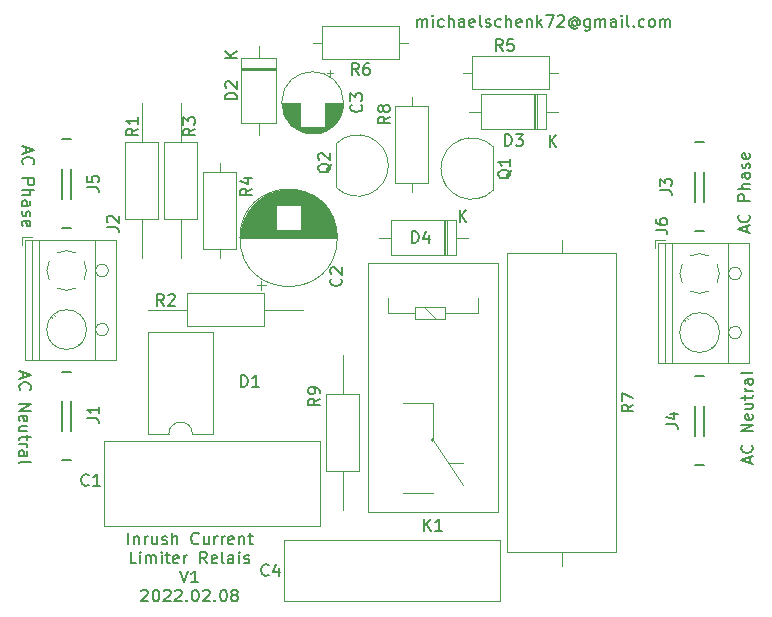
<source format=gbr>
G04 #@! TF.GenerationSoftware,KiCad,Pcbnew,(6.0.1-0)*
G04 #@! TF.CreationDate,2022-02-08T18:02:56+01:00*
G04 #@! TF.ProjectId,inrush-current-limiter-relais,696e7275-7368-42d6-9375-7272656e742d,rev?*
G04 #@! TF.SameCoordinates,Original*
G04 #@! TF.FileFunction,Legend,Top*
G04 #@! TF.FilePolarity,Positive*
%FSLAX46Y46*%
G04 Gerber Fmt 4.6, Leading zero omitted, Abs format (unit mm)*
G04 Created by KiCad (PCBNEW (6.0.1-0)) date 2022-02-08 18:02:56*
%MOMM*%
%LPD*%
G01*
G04 APERTURE LIST*
%ADD10C,0.150000*%
%ADD11C,0.120000*%
%ADD12C,0.127000*%
G04 APERTURE END LIST*
D10*
X90567523Y-101161380D02*
X90567523Y-100161380D01*
X91043714Y-100494714D02*
X91043714Y-101161380D01*
X91043714Y-100589952D02*
X91091333Y-100542333D01*
X91186571Y-100494714D01*
X91329428Y-100494714D01*
X91424666Y-100542333D01*
X91472285Y-100637571D01*
X91472285Y-101161380D01*
X91948476Y-101161380D02*
X91948476Y-100494714D01*
X91948476Y-100685190D02*
X91996095Y-100589952D01*
X92043714Y-100542333D01*
X92138952Y-100494714D01*
X92234190Y-100494714D01*
X92996095Y-100494714D02*
X92996095Y-101161380D01*
X92567523Y-100494714D02*
X92567523Y-101018523D01*
X92615142Y-101113761D01*
X92710380Y-101161380D01*
X92853238Y-101161380D01*
X92948476Y-101113761D01*
X92996095Y-101066142D01*
X93424666Y-101113761D02*
X93519904Y-101161380D01*
X93710380Y-101161380D01*
X93805619Y-101113761D01*
X93853238Y-101018523D01*
X93853238Y-100970904D01*
X93805619Y-100875666D01*
X93710380Y-100828047D01*
X93567523Y-100828047D01*
X93472285Y-100780428D01*
X93424666Y-100685190D01*
X93424666Y-100637571D01*
X93472285Y-100542333D01*
X93567523Y-100494714D01*
X93710380Y-100494714D01*
X93805619Y-100542333D01*
X94281809Y-101161380D02*
X94281809Y-100161380D01*
X94710380Y-101161380D02*
X94710380Y-100637571D01*
X94662761Y-100542333D01*
X94567523Y-100494714D01*
X94424666Y-100494714D01*
X94329428Y-100542333D01*
X94281809Y-100589952D01*
X96519904Y-101066142D02*
X96472285Y-101113761D01*
X96329428Y-101161380D01*
X96234190Y-101161380D01*
X96091333Y-101113761D01*
X95996095Y-101018523D01*
X95948476Y-100923285D01*
X95900857Y-100732809D01*
X95900857Y-100589952D01*
X95948476Y-100399476D01*
X95996095Y-100304238D01*
X96091333Y-100209000D01*
X96234190Y-100161380D01*
X96329428Y-100161380D01*
X96472285Y-100209000D01*
X96519904Y-100256619D01*
X97377047Y-100494714D02*
X97377047Y-101161380D01*
X96948476Y-100494714D02*
X96948476Y-101018523D01*
X96996095Y-101113761D01*
X97091333Y-101161380D01*
X97234190Y-101161380D01*
X97329428Y-101113761D01*
X97377047Y-101066142D01*
X97853238Y-101161380D02*
X97853238Y-100494714D01*
X97853238Y-100685190D02*
X97900857Y-100589952D01*
X97948476Y-100542333D01*
X98043714Y-100494714D01*
X98138952Y-100494714D01*
X98472285Y-101161380D02*
X98472285Y-100494714D01*
X98472285Y-100685190D02*
X98519904Y-100589952D01*
X98567523Y-100542333D01*
X98662761Y-100494714D01*
X98758000Y-100494714D01*
X99472285Y-101113761D02*
X99377047Y-101161380D01*
X99186571Y-101161380D01*
X99091333Y-101113761D01*
X99043714Y-101018523D01*
X99043714Y-100637571D01*
X99091333Y-100542333D01*
X99186571Y-100494714D01*
X99377047Y-100494714D01*
X99472285Y-100542333D01*
X99519904Y-100637571D01*
X99519904Y-100732809D01*
X99043714Y-100828047D01*
X99948476Y-100494714D02*
X99948476Y-101161380D01*
X99948476Y-100589952D02*
X99996095Y-100542333D01*
X100091333Y-100494714D01*
X100234190Y-100494714D01*
X100329428Y-100542333D01*
X100377047Y-100637571D01*
X100377047Y-101161380D01*
X100710380Y-100494714D02*
X101091333Y-100494714D01*
X100853238Y-100161380D02*
X100853238Y-101018523D01*
X100900857Y-101113761D01*
X100996095Y-101161380D01*
X101091333Y-101161380D01*
X91234190Y-102771380D02*
X90758000Y-102771380D01*
X90758000Y-101771380D01*
X91567523Y-102771380D02*
X91567523Y-102104714D01*
X91567523Y-101771380D02*
X91519904Y-101819000D01*
X91567523Y-101866619D01*
X91615142Y-101819000D01*
X91567523Y-101771380D01*
X91567523Y-101866619D01*
X92043714Y-102771380D02*
X92043714Y-102104714D01*
X92043714Y-102199952D02*
X92091333Y-102152333D01*
X92186571Y-102104714D01*
X92329428Y-102104714D01*
X92424666Y-102152333D01*
X92472285Y-102247571D01*
X92472285Y-102771380D01*
X92472285Y-102247571D02*
X92519904Y-102152333D01*
X92615142Y-102104714D01*
X92758000Y-102104714D01*
X92853238Y-102152333D01*
X92900857Y-102247571D01*
X92900857Y-102771380D01*
X93377047Y-102771380D02*
X93377047Y-102104714D01*
X93377047Y-101771380D02*
X93329428Y-101819000D01*
X93377047Y-101866619D01*
X93424666Y-101819000D01*
X93377047Y-101771380D01*
X93377047Y-101866619D01*
X93710380Y-102104714D02*
X94091333Y-102104714D01*
X93853238Y-101771380D02*
X93853238Y-102628523D01*
X93900857Y-102723761D01*
X93996095Y-102771380D01*
X94091333Y-102771380D01*
X94805619Y-102723761D02*
X94710380Y-102771380D01*
X94519904Y-102771380D01*
X94424666Y-102723761D01*
X94377047Y-102628523D01*
X94377047Y-102247571D01*
X94424666Y-102152333D01*
X94519904Y-102104714D01*
X94710380Y-102104714D01*
X94805619Y-102152333D01*
X94853238Y-102247571D01*
X94853238Y-102342809D01*
X94377047Y-102438047D01*
X95281809Y-102771380D02*
X95281809Y-102104714D01*
X95281809Y-102295190D02*
X95329428Y-102199952D01*
X95377047Y-102152333D01*
X95472285Y-102104714D01*
X95567523Y-102104714D01*
X97234190Y-102771380D02*
X96900857Y-102295190D01*
X96662761Y-102771380D02*
X96662761Y-101771380D01*
X97043714Y-101771380D01*
X97138952Y-101819000D01*
X97186571Y-101866619D01*
X97234190Y-101961857D01*
X97234190Y-102104714D01*
X97186571Y-102199952D01*
X97138952Y-102247571D01*
X97043714Y-102295190D01*
X96662761Y-102295190D01*
X98043714Y-102723761D02*
X97948476Y-102771380D01*
X97758000Y-102771380D01*
X97662761Y-102723761D01*
X97615142Y-102628523D01*
X97615142Y-102247571D01*
X97662761Y-102152333D01*
X97758000Y-102104714D01*
X97948476Y-102104714D01*
X98043714Y-102152333D01*
X98091333Y-102247571D01*
X98091333Y-102342809D01*
X97615142Y-102438047D01*
X98662761Y-102771380D02*
X98567523Y-102723761D01*
X98519904Y-102628523D01*
X98519904Y-101771380D01*
X99472285Y-102771380D02*
X99472285Y-102247571D01*
X99424666Y-102152333D01*
X99329428Y-102104714D01*
X99138952Y-102104714D01*
X99043714Y-102152333D01*
X99472285Y-102723761D02*
X99377047Y-102771380D01*
X99138952Y-102771380D01*
X99043714Y-102723761D01*
X98996095Y-102628523D01*
X98996095Y-102533285D01*
X99043714Y-102438047D01*
X99138952Y-102390428D01*
X99377047Y-102390428D01*
X99472285Y-102342809D01*
X99948476Y-102771380D02*
X99948476Y-102104714D01*
X99948476Y-101771380D02*
X99900857Y-101819000D01*
X99948476Y-101866619D01*
X99996095Y-101819000D01*
X99948476Y-101771380D01*
X99948476Y-101866619D01*
X100377047Y-102723761D02*
X100472285Y-102771380D01*
X100662761Y-102771380D01*
X100758000Y-102723761D01*
X100805619Y-102628523D01*
X100805619Y-102580904D01*
X100758000Y-102485666D01*
X100662761Y-102438047D01*
X100519904Y-102438047D01*
X100424666Y-102390428D01*
X100377047Y-102295190D01*
X100377047Y-102247571D01*
X100424666Y-102152333D01*
X100519904Y-102104714D01*
X100662761Y-102104714D01*
X100758000Y-102152333D01*
X94948476Y-103381380D02*
X95281809Y-104381380D01*
X95615142Y-103381380D01*
X96472285Y-104381380D02*
X95900857Y-104381380D01*
X96186571Y-104381380D02*
X96186571Y-103381380D01*
X96091333Y-103524238D01*
X95996095Y-103619476D01*
X95900857Y-103667095D01*
X91662761Y-105086619D02*
X91710380Y-105039000D01*
X91805619Y-104991380D01*
X92043714Y-104991380D01*
X92138952Y-105039000D01*
X92186571Y-105086619D01*
X92234190Y-105181857D01*
X92234190Y-105277095D01*
X92186571Y-105419952D01*
X91615142Y-105991380D01*
X92234190Y-105991380D01*
X92853238Y-104991380D02*
X92948476Y-104991380D01*
X93043714Y-105039000D01*
X93091333Y-105086619D01*
X93138952Y-105181857D01*
X93186571Y-105372333D01*
X93186571Y-105610428D01*
X93138952Y-105800904D01*
X93091333Y-105896142D01*
X93043714Y-105943761D01*
X92948476Y-105991380D01*
X92853238Y-105991380D01*
X92758000Y-105943761D01*
X92710380Y-105896142D01*
X92662761Y-105800904D01*
X92615142Y-105610428D01*
X92615142Y-105372333D01*
X92662761Y-105181857D01*
X92710380Y-105086619D01*
X92758000Y-105039000D01*
X92853238Y-104991380D01*
X93567523Y-105086619D02*
X93615142Y-105039000D01*
X93710380Y-104991380D01*
X93948476Y-104991380D01*
X94043714Y-105039000D01*
X94091333Y-105086619D01*
X94138952Y-105181857D01*
X94138952Y-105277095D01*
X94091333Y-105419952D01*
X93519904Y-105991380D01*
X94138952Y-105991380D01*
X94519904Y-105086619D02*
X94567523Y-105039000D01*
X94662761Y-104991380D01*
X94900857Y-104991380D01*
X94996095Y-105039000D01*
X95043714Y-105086619D01*
X95091333Y-105181857D01*
X95091333Y-105277095D01*
X95043714Y-105419952D01*
X94472285Y-105991380D01*
X95091333Y-105991380D01*
X95519904Y-105896142D02*
X95567523Y-105943761D01*
X95519904Y-105991380D01*
X95472285Y-105943761D01*
X95519904Y-105896142D01*
X95519904Y-105991380D01*
X96186571Y-104991380D02*
X96281809Y-104991380D01*
X96377047Y-105039000D01*
X96424666Y-105086619D01*
X96472285Y-105181857D01*
X96519904Y-105372333D01*
X96519904Y-105610428D01*
X96472285Y-105800904D01*
X96424666Y-105896142D01*
X96377047Y-105943761D01*
X96281809Y-105991380D01*
X96186571Y-105991380D01*
X96091333Y-105943761D01*
X96043714Y-105896142D01*
X95996095Y-105800904D01*
X95948476Y-105610428D01*
X95948476Y-105372333D01*
X95996095Y-105181857D01*
X96043714Y-105086619D01*
X96091333Y-105039000D01*
X96186571Y-104991380D01*
X96900857Y-105086619D02*
X96948476Y-105039000D01*
X97043714Y-104991380D01*
X97281809Y-104991380D01*
X97377047Y-105039000D01*
X97424666Y-105086619D01*
X97472285Y-105181857D01*
X97472285Y-105277095D01*
X97424666Y-105419952D01*
X96853238Y-105991380D01*
X97472285Y-105991380D01*
X97900857Y-105896142D02*
X97948476Y-105943761D01*
X97900857Y-105991380D01*
X97853238Y-105943761D01*
X97900857Y-105896142D01*
X97900857Y-105991380D01*
X98567523Y-104991380D02*
X98662761Y-104991380D01*
X98758000Y-105039000D01*
X98805619Y-105086619D01*
X98853238Y-105181857D01*
X98900857Y-105372333D01*
X98900857Y-105610428D01*
X98853238Y-105800904D01*
X98805619Y-105896142D01*
X98758000Y-105943761D01*
X98662761Y-105991380D01*
X98567523Y-105991380D01*
X98472285Y-105943761D01*
X98424666Y-105896142D01*
X98377047Y-105800904D01*
X98329428Y-105610428D01*
X98329428Y-105372333D01*
X98377047Y-105181857D01*
X98424666Y-105086619D01*
X98472285Y-105039000D01*
X98567523Y-104991380D01*
X99472285Y-105419952D02*
X99377047Y-105372333D01*
X99329428Y-105324714D01*
X99281809Y-105229476D01*
X99281809Y-105181857D01*
X99329428Y-105086619D01*
X99377047Y-105039000D01*
X99472285Y-104991380D01*
X99662761Y-104991380D01*
X99758000Y-105039000D01*
X99805619Y-105086619D01*
X99853238Y-105181857D01*
X99853238Y-105229476D01*
X99805619Y-105324714D01*
X99758000Y-105372333D01*
X99662761Y-105419952D01*
X99472285Y-105419952D01*
X99377047Y-105467571D01*
X99329428Y-105515190D01*
X99281809Y-105610428D01*
X99281809Y-105800904D01*
X99329428Y-105896142D01*
X99377047Y-105943761D01*
X99472285Y-105991380D01*
X99662761Y-105991380D01*
X99758000Y-105943761D01*
X99805619Y-105896142D01*
X99853238Y-105800904D01*
X99853238Y-105610428D01*
X99805619Y-105515190D01*
X99758000Y-105467571D01*
X99662761Y-105419952D01*
X115015714Y-57348380D02*
X115015714Y-56681714D01*
X115015714Y-56776952D02*
X115063333Y-56729333D01*
X115158571Y-56681714D01*
X115301428Y-56681714D01*
X115396666Y-56729333D01*
X115444285Y-56824571D01*
X115444285Y-57348380D01*
X115444285Y-56824571D02*
X115491904Y-56729333D01*
X115587142Y-56681714D01*
X115730000Y-56681714D01*
X115825238Y-56729333D01*
X115872857Y-56824571D01*
X115872857Y-57348380D01*
X116349047Y-57348380D02*
X116349047Y-56681714D01*
X116349047Y-56348380D02*
X116301428Y-56396000D01*
X116349047Y-56443619D01*
X116396666Y-56396000D01*
X116349047Y-56348380D01*
X116349047Y-56443619D01*
X117253809Y-57300761D02*
X117158571Y-57348380D01*
X116968095Y-57348380D01*
X116872857Y-57300761D01*
X116825238Y-57253142D01*
X116777619Y-57157904D01*
X116777619Y-56872190D01*
X116825238Y-56776952D01*
X116872857Y-56729333D01*
X116968095Y-56681714D01*
X117158571Y-56681714D01*
X117253809Y-56729333D01*
X117682380Y-57348380D02*
X117682380Y-56348380D01*
X118110952Y-57348380D02*
X118110952Y-56824571D01*
X118063333Y-56729333D01*
X117968095Y-56681714D01*
X117825238Y-56681714D01*
X117730000Y-56729333D01*
X117682380Y-56776952D01*
X119015714Y-57348380D02*
X119015714Y-56824571D01*
X118968095Y-56729333D01*
X118872857Y-56681714D01*
X118682380Y-56681714D01*
X118587142Y-56729333D01*
X119015714Y-57300761D02*
X118920476Y-57348380D01*
X118682380Y-57348380D01*
X118587142Y-57300761D01*
X118539523Y-57205523D01*
X118539523Y-57110285D01*
X118587142Y-57015047D01*
X118682380Y-56967428D01*
X118920476Y-56967428D01*
X119015714Y-56919809D01*
X119872857Y-57300761D02*
X119777619Y-57348380D01*
X119587142Y-57348380D01*
X119491904Y-57300761D01*
X119444285Y-57205523D01*
X119444285Y-56824571D01*
X119491904Y-56729333D01*
X119587142Y-56681714D01*
X119777619Y-56681714D01*
X119872857Y-56729333D01*
X119920476Y-56824571D01*
X119920476Y-56919809D01*
X119444285Y-57015047D01*
X120491904Y-57348380D02*
X120396666Y-57300761D01*
X120349047Y-57205523D01*
X120349047Y-56348380D01*
X120825238Y-57300761D02*
X120920476Y-57348380D01*
X121110952Y-57348380D01*
X121206190Y-57300761D01*
X121253809Y-57205523D01*
X121253809Y-57157904D01*
X121206190Y-57062666D01*
X121110952Y-57015047D01*
X120968095Y-57015047D01*
X120872857Y-56967428D01*
X120825238Y-56872190D01*
X120825238Y-56824571D01*
X120872857Y-56729333D01*
X120968095Y-56681714D01*
X121110952Y-56681714D01*
X121206190Y-56729333D01*
X122110952Y-57300761D02*
X122015714Y-57348380D01*
X121825238Y-57348380D01*
X121730000Y-57300761D01*
X121682380Y-57253142D01*
X121634761Y-57157904D01*
X121634761Y-56872190D01*
X121682380Y-56776952D01*
X121730000Y-56729333D01*
X121825238Y-56681714D01*
X122015714Y-56681714D01*
X122110952Y-56729333D01*
X122539523Y-57348380D02*
X122539523Y-56348380D01*
X122968095Y-57348380D02*
X122968095Y-56824571D01*
X122920476Y-56729333D01*
X122825238Y-56681714D01*
X122682380Y-56681714D01*
X122587142Y-56729333D01*
X122539523Y-56776952D01*
X123825238Y-57300761D02*
X123730000Y-57348380D01*
X123539523Y-57348380D01*
X123444285Y-57300761D01*
X123396666Y-57205523D01*
X123396666Y-56824571D01*
X123444285Y-56729333D01*
X123539523Y-56681714D01*
X123730000Y-56681714D01*
X123825238Y-56729333D01*
X123872857Y-56824571D01*
X123872857Y-56919809D01*
X123396666Y-57015047D01*
X124301428Y-56681714D02*
X124301428Y-57348380D01*
X124301428Y-56776952D02*
X124349047Y-56729333D01*
X124444285Y-56681714D01*
X124587142Y-56681714D01*
X124682380Y-56729333D01*
X124730000Y-56824571D01*
X124730000Y-57348380D01*
X125206190Y-57348380D02*
X125206190Y-56348380D01*
X125301428Y-56967428D02*
X125587142Y-57348380D01*
X125587142Y-56681714D02*
X125206190Y-57062666D01*
X125920476Y-56348380D02*
X126587142Y-56348380D01*
X126158571Y-57348380D01*
X126920476Y-56443619D02*
X126968095Y-56396000D01*
X127063333Y-56348380D01*
X127301428Y-56348380D01*
X127396666Y-56396000D01*
X127444285Y-56443619D01*
X127491904Y-56538857D01*
X127491904Y-56634095D01*
X127444285Y-56776952D01*
X126872857Y-57348380D01*
X127491904Y-57348380D01*
X128539523Y-56872190D02*
X128491904Y-56824571D01*
X128396666Y-56776952D01*
X128301428Y-56776952D01*
X128206190Y-56824571D01*
X128158571Y-56872190D01*
X128110952Y-56967428D01*
X128110952Y-57062666D01*
X128158571Y-57157904D01*
X128206190Y-57205523D01*
X128301428Y-57253142D01*
X128396666Y-57253142D01*
X128491904Y-57205523D01*
X128539523Y-57157904D01*
X128539523Y-56776952D02*
X128539523Y-57157904D01*
X128587142Y-57205523D01*
X128634761Y-57205523D01*
X128730000Y-57157904D01*
X128777619Y-57062666D01*
X128777619Y-56824571D01*
X128682380Y-56681714D01*
X128539523Y-56586476D01*
X128349047Y-56538857D01*
X128158571Y-56586476D01*
X128015714Y-56681714D01*
X127920476Y-56824571D01*
X127872857Y-57015047D01*
X127920476Y-57205523D01*
X128015714Y-57348380D01*
X128158571Y-57443619D01*
X128349047Y-57491238D01*
X128539523Y-57443619D01*
X128682380Y-57348380D01*
X129634761Y-56681714D02*
X129634761Y-57491238D01*
X129587142Y-57586476D01*
X129539523Y-57634095D01*
X129444285Y-57681714D01*
X129301428Y-57681714D01*
X129206190Y-57634095D01*
X129634761Y-57300761D02*
X129539523Y-57348380D01*
X129349047Y-57348380D01*
X129253809Y-57300761D01*
X129206190Y-57253142D01*
X129158571Y-57157904D01*
X129158571Y-56872190D01*
X129206190Y-56776952D01*
X129253809Y-56729333D01*
X129349047Y-56681714D01*
X129539523Y-56681714D01*
X129634761Y-56729333D01*
X130110952Y-57348380D02*
X130110952Y-56681714D01*
X130110952Y-56776952D02*
X130158571Y-56729333D01*
X130253809Y-56681714D01*
X130396666Y-56681714D01*
X130491904Y-56729333D01*
X130539523Y-56824571D01*
X130539523Y-57348380D01*
X130539523Y-56824571D02*
X130587142Y-56729333D01*
X130682380Y-56681714D01*
X130825238Y-56681714D01*
X130920476Y-56729333D01*
X130968095Y-56824571D01*
X130968095Y-57348380D01*
X131872857Y-57348380D02*
X131872857Y-56824571D01*
X131825238Y-56729333D01*
X131730000Y-56681714D01*
X131539523Y-56681714D01*
X131444285Y-56729333D01*
X131872857Y-57300761D02*
X131777619Y-57348380D01*
X131539523Y-57348380D01*
X131444285Y-57300761D01*
X131396666Y-57205523D01*
X131396666Y-57110285D01*
X131444285Y-57015047D01*
X131539523Y-56967428D01*
X131777619Y-56967428D01*
X131872857Y-56919809D01*
X132349047Y-57348380D02*
X132349047Y-56681714D01*
X132349047Y-56348380D02*
X132301428Y-56396000D01*
X132349047Y-56443619D01*
X132396666Y-56396000D01*
X132349047Y-56348380D01*
X132349047Y-56443619D01*
X132968095Y-57348380D02*
X132872857Y-57300761D01*
X132825238Y-57205523D01*
X132825238Y-56348380D01*
X133349047Y-57253142D02*
X133396666Y-57300761D01*
X133349047Y-57348380D01*
X133301428Y-57300761D01*
X133349047Y-57253142D01*
X133349047Y-57348380D01*
X134253809Y-57300761D02*
X134158571Y-57348380D01*
X133968095Y-57348380D01*
X133872857Y-57300761D01*
X133825238Y-57253142D01*
X133777619Y-57157904D01*
X133777619Y-56872190D01*
X133825238Y-56776952D01*
X133872857Y-56729333D01*
X133968095Y-56681714D01*
X134158571Y-56681714D01*
X134253809Y-56729333D01*
X134825238Y-57348380D02*
X134730000Y-57300761D01*
X134682380Y-57253142D01*
X134634761Y-57157904D01*
X134634761Y-56872190D01*
X134682380Y-56776952D01*
X134730000Y-56729333D01*
X134825238Y-56681714D01*
X134968095Y-56681714D01*
X135063333Y-56729333D01*
X135110952Y-56776952D01*
X135158571Y-56872190D01*
X135158571Y-57157904D01*
X135110952Y-57253142D01*
X135063333Y-57300761D01*
X134968095Y-57348380D01*
X134825238Y-57348380D01*
X135587142Y-57348380D02*
X135587142Y-56681714D01*
X135587142Y-56776952D02*
X135634761Y-56729333D01*
X135730000Y-56681714D01*
X135872857Y-56681714D01*
X135968095Y-56729333D01*
X136015714Y-56824571D01*
X136015714Y-57348380D01*
X136015714Y-56824571D02*
X136063333Y-56729333D01*
X136158571Y-56681714D01*
X136301428Y-56681714D01*
X136396666Y-56729333D01*
X136444285Y-56824571D01*
X136444285Y-57348380D01*
X81875333Y-67508857D02*
X81875333Y-67985047D01*
X81589619Y-67413619D02*
X82589619Y-67746952D01*
X81589619Y-68080285D01*
X81684857Y-68985047D02*
X81637238Y-68937428D01*
X81589619Y-68794571D01*
X81589619Y-68699333D01*
X81637238Y-68556476D01*
X81732476Y-68461238D01*
X81827714Y-68413619D01*
X82018190Y-68366000D01*
X82161047Y-68366000D01*
X82351523Y-68413619D01*
X82446761Y-68461238D01*
X82542000Y-68556476D01*
X82589619Y-68699333D01*
X82589619Y-68794571D01*
X82542000Y-68937428D01*
X82494380Y-68985047D01*
X81589619Y-70175523D02*
X82589619Y-70175523D01*
X82589619Y-70556476D01*
X82542000Y-70651714D01*
X82494380Y-70699333D01*
X82399142Y-70746952D01*
X82256285Y-70746952D01*
X82161047Y-70699333D01*
X82113428Y-70651714D01*
X82065809Y-70556476D01*
X82065809Y-70175523D01*
X81589619Y-71175523D02*
X82589619Y-71175523D01*
X81589619Y-71604095D02*
X82113428Y-71604095D01*
X82208666Y-71556476D01*
X82256285Y-71461238D01*
X82256285Y-71318380D01*
X82208666Y-71223142D01*
X82161047Y-71175523D01*
X81589619Y-72508857D02*
X82113428Y-72508857D01*
X82208666Y-72461238D01*
X82256285Y-72366000D01*
X82256285Y-72175523D01*
X82208666Y-72080285D01*
X81637238Y-72508857D02*
X81589619Y-72413619D01*
X81589619Y-72175523D01*
X81637238Y-72080285D01*
X81732476Y-72032666D01*
X81827714Y-72032666D01*
X81922952Y-72080285D01*
X81970571Y-72175523D01*
X81970571Y-72413619D01*
X82018190Y-72508857D01*
X81637238Y-72937428D02*
X81589619Y-73032666D01*
X81589619Y-73223142D01*
X81637238Y-73318380D01*
X81732476Y-73366000D01*
X81780095Y-73366000D01*
X81875333Y-73318380D01*
X81922952Y-73223142D01*
X81922952Y-73080285D01*
X81970571Y-72985047D01*
X82065809Y-72937428D01*
X82113428Y-72937428D01*
X82208666Y-72985047D01*
X82256285Y-73080285D01*
X82256285Y-73223142D01*
X82208666Y-73318380D01*
X81637238Y-74175523D02*
X81589619Y-74080285D01*
X81589619Y-73889809D01*
X81637238Y-73794571D01*
X81732476Y-73746952D01*
X82113428Y-73746952D01*
X82208666Y-73794571D01*
X82256285Y-73889809D01*
X82256285Y-74080285D01*
X82208666Y-74175523D01*
X82113428Y-74223142D01*
X82018190Y-74223142D01*
X81922952Y-73746952D01*
X142914666Y-74731142D02*
X142914666Y-74254952D01*
X143200380Y-74826380D02*
X142200380Y-74493047D01*
X143200380Y-74159714D01*
X143105142Y-73254952D02*
X143152761Y-73302571D01*
X143200380Y-73445428D01*
X143200380Y-73540666D01*
X143152761Y-73683523D01*
X143057523Y-73778761D01*
X142962285Y-73826380D01*
X142771809Y-73874000D01*
X142628952Y-73874000D01*
X142438476Y-73826380D01*
X142343238Y-73778761D01*
X142248000Y-73683523D01*
X142200380Y-73540666D01*
X142200380Y-73445428D01*
X142248000Y-73302571D01*
X142295619Y-73254952D01*
X143200380Y-72064476D02*
X142200380Y-72064476D01*
X142200380Y-71683523D01*
X142248000Y-71588285D01*
X142295619Y-71540666D01*
X142390857Y-71493047D01*
X142533714Y-71493047D01*
X142628952Y-71540666D01*
X142676571Y-71588285D01*
X142724190Y-71683523D01*
X142724190Y-72064476D01*
X143200380Y-71064476D02*
X142200380Y-71064476D01*
X143200380Y-70635904D02*
X142676571Y-70635904D01*
X142581333Y-70683523D01*
X142533714Y-70778761D01*
X142533714Y-70921619D01*
X142581333Y-71016857D01*
X142628952Y-71064476D01*
X143200380Y-69731142D02*
X142676571Y-69731142D01*
X142581333Y-69778761D01*
X142533714Y-69874000D01*
X142533714Y-70064476D01*
X142581333Y-70159714D01*
X143152761Y-69731142D02*
X143200380Y-69826380D01*
X143200380Y-70064476D01*
X143152761Y-70159714D01*
X143057523Y-70207333D01*
X142962285Y-70207333D01*
X142867047Y-70159714D01*
X142819428Y-70064476D01*
X142819428Y-69826380D01*
X142771809Y-69731142D01*
X143152761Y-69302571D02*
X143200380Y-69207333D01*
X143200380Y-69016857D01*
X143152761Y-68921619D01*
X143057523Y-68874000D01*
X143009904Y-68874000D01*
X142914666Y-68921619D01*
X142867047Y-69016857D01*
X142867047Y-69159714D01*
X142819428Y-69254952D01*
X142724190Y-69302571D01*
X142676571Y-69302571D01*
X142581333Y-69254952D01*
X142533714Y-69159714D01*
X142533714Y-69016857D01*
X142581333Y-68921619D01*
X143152761Y-68064476D02*
X143200380Y-68159714D01*
X143200380Y-68350190D01*
X143152761Y-68445428D01*
X143057523Y-68493047D01*
X142676571Y-68493047D01*
X142581333Y-68445428D01*
X142533714Y-68350190D01*
X142533714Y-68159714D01*
X142581333Y-68064476D01*
X142676571Y-68016857D01*
X142771809Y-68016857D01*
X142867047Y-68493047D01*
X81621333Y-86590666D02*
X81621333Y-87066857D01*
X81335619Y-86495428D02*
X82335619Y-86828761D01*
X81335619Y-87162095D01*
X81430857Y-88066857D02*
X81383238Y-88019238D01*
X81335619Y-87876380D01*
X81335619Y-87781142D01*
X81383238Y-87638285D01*
X81478476Y-87543047D01*
X81573714Y-87495428D01*
X81764190Y-87447809D01*
X81907047Y-87447809D01*
X82097523Y-87495428D01*
X82192761Y-87543047D01*
X82288000Y-87638285D01*
X82335619Y-87781142D01*
X82335619Y-87876380D01*
X82288000Y-88019238D01*
X82240380Y-88066857D01*
X81335619Y-89257333D02*
X82335619Y-89257333D01*
X81335619Y-89828761D01*
X82335619Y-89828761D01*
X81383238Y-90685904D02*
X81335619Y-90590666D01*
X81335619Y-90400190D01*
X81383238Y-90304952D01*
X81478476Y-90257333D01*
X81859428Y-90257333D01*
X81954666Y-90304952D01*
X82002285Y-90400190D01*
X82002285Y-90590666D01*
X81954666Y-90685904D01*
X81859428Y-90733523D01*
X81764190Y-90733523D01*
X81668952Y-90257333D01*
X82002285Y-91590666D02*
X81335619Y-91590666D01*
X82002285Y-91162095D02*
X81478476Y-91162095D01*
X81383238Y-91209714D01*
X81335619Y-91304952D01*
X81335619Y-91447809D01*
X81383238Y-91543047D01*
X81430857Y-91590666D01*
X82002285Y-91924000D02*
X82002285Y-92304952D01*
X82335619Y-92066857D02*
X81478476Y-92066857D01*
X81383238Y-92114476D01*
X81335619Y-92209714D01*
X81335619Y-92304952D01*
X81335619Y-92638285D02*
X82002285Y-92638285D01*
X81811809Y-92638285D02*
X81907047Y-92685904D01*
X81954666Y-92733523D01*
X82002285Y-92828761D01*
X82002285Y-92924000D01*
X81335619Y-93685904D02*
X81859428Y-93685904D01*
X81954666Y-93638285D01*
X82002285Y-93543047D01*
X82002285Y-93352571D01*
X81954666Y-93257333D01*
X81383238Y-93685904D02*
X81335619Y-93590666D01*
X81335619Y-93352571D01*
X81383238Y-93257333D01*
X81478476Y-93209714D01*
X81573714Y-93209714D01*
X81668952Y-93257333D01*
X81716571Y-93352571D01*
X81716571Y-93590666D01*
X81764190Y-93685904D01*
X81335619Y-94304952D02*
X81383238Y-94209714D01*
X81478476Y-94162095D01*
X82335619Y-94162095D01*
X143168666Y-94257333D02*
X143168666Y-93781142D01*
X143454380Y-94352571D02*
X142454380Y-94019238D01*
X143454380Y-93685904D01*
X143359142Y-92781142D02*
X143406761Y-92828761D01*
X143454380Y-92971619D01*
X143454380Y-93066857D01*
X143406761Y-93209714D01*
X143311523Y-93304952D01*
X143216285Y-93352571D01*
X143025809Y-93400190D01*
X142882952Y-93400190D01*
X142692476Y-93352571D01*
X142597238Y-93304952D01*
X142502000Y-93209714D01*
X142454380Y-93066857D01*
X142454380Y-92971619D01*
X142502000Y-92828761D01*
X142549619Y-92781142D01*
X143454380Y-91590666D02*
X142454380Y-91590666D01*
X143454380Y-91019238D01*
X142454380Y-91019238D01*
X143406761Y-90162095D02*
X143454380Y-90257333D01*
X143454380Y-90447809D01*
X143406761Y-90543047D01*
X143311523Y-90590666D01*
X142930571Y-90590666D01*
X142835333Y-90543047D01*
X142787714Y-90447809D01*
X142787714Y-90257333D01*
X142835333Y-90162095D01*
X142930571Y-90114476D01*
X143025809Y-90114476D01*
X143121047Y-90590666D01*
X142787714Y-89257333D02*
X143454380Y-89257333D01*
X142787714Y-89685904D02*
X143311523Y-89685904D01*
X143406761Y-89638285D01*
X143454380Y-89543047D01*
X143454380Y-89400190D01*
X143406761Y-89304952D01*
X143359142Y-89257333D01*
X142787714Y-88924000D02*
X142787714Y-88543047D01*
X142454380Y-88781142D02*
X143311523Y-88781142D01*
X143406761Y-88733523D01*
X143454380Y-88638285D01*
X143454380Y-88543047D01*
X143454380Y-88209714D02*
X142787714Y-88209714D01*
X142978190Y-88209714D02*
X142882952Y-88162095D01*
X142835333Y-88114476D01*
X142787714Y-88019238D01*
X142787714Y-87924000D01*
X143454380Y-87162095D02*
X142930571Y-87162095D01*
X142835333Y-87209714D01*
X142787714Y-87304952D01*
X142787714Y-87495428D01*
X142835333Y-87590666D01*
X143406761Y-87162095D02*
X143454380Y-87257333D01*
X143454380Y-87495428D01*
X143406761Y-87590666D01*
X143311523Y-87638285D01*
X143216285Y-87638285D01*
X143121047Y-87590666D01*
X143073428Y-87495428D01*
X143073428Y-87257333D01*
X143025809Y-87162095D01*
X143454380Y-86543047D02*
X143406761Y-86638285D01*
X143311523Y-86685904D01*
X142454380Y-86685904D01*
X114577904Y-75636380D02*
X114577904Y-74636380D01*
X114816000Y-74636380D01*
X114958857Y-74684000D01*
X115054095Y-74779238D01*
X115101714Y-74874476D01*
X115149333Y-75064952D01*
X115149333Y-75207809D01*
X115101714Y-75398285D01*
X115054095Y-75493523D01*
X114958857Y-75588761D01*
X114816000Y-75636380D01*
X114577904Y-75636380D01*
X116006476Y-74969714D02*
X116006476Y-75636380D01*
X115768380Y-74588761D02*
X115530285Y-75303047D01*
X116149333Y-75303047D01*
X118610095Y-73858380D02*
X118610095Y-72858380D01*
X119181523Y-73858380D02*
X118752952Y-73286952D01*
X119181523Y-72858380D02*
X118610095Y-73429809D01*
X93559333Y-80970380D02*
X93226000Y-80494190D01*
X92987904Y-80970380D02*
X92987904Y-79970380D01*
X93368857Y-79970380D01*
X93464095Y-80018000D01*
X93511714Y-80065619D01*
X93559333Y-80160857D01*
X93559333Y-80303714D01*
X93511714Y-80398952D01*
X93464095Y-80446571D01*
X93368857Y-80494190D01*
X92987904Y-80494190D01*
X93940285Y-80065619D02*
X93987904Y-80018000D01*
X94083142Y-79970380D01*
X94321238Y-79970380D01*
X94416476Y-80018000D01*
X94464095Y-80065619D01*
X94511714Y-80160857D01*
X94511714Y-80256095D01*
X94464095Y-80398952D01*
X93892666Y-80970380D01*
X94511714Y-80970380D01*
X110279142Y-63936666D02*
X110326761Y-63984285D01*
X110374380Y-64127142D01*
X110374380Y-64222380D01*
X110326761Y-64365238D01*
X110231523Y-64460476D01*
X110136285Y-64508095D01*
X109945809Y-64555714D01*
X109802952Y-64555714D01*
X109612476Y-64508095D01*
X109517238Y-64460476D01*
X109422000Y-64365238D01*
X109374380Y-64222380D01*
X109374380Y-64127142D01*
X109422000Y-63984285D01*
X109469619Y-63936666D01*
X109374380Y-63603333D02*
X109374380Y-62984285D01*
X109755333Y-63317619D01*
X109755333Y-63174761D01*
X109802952Y-63079523D01*
X109850571Y-63031904D01*
X109945809Y-62984285D01*
X110183904Y-62984285D01*
X110279142Y-63031904D01*
X110326761Y-63079523D01*
X110374380Y-63174761D01*
X110374380Y-63460476D01*
X110326761Y-63555714D01*
X110279142Y-63603333D01*
X88752380Y-74333333D02*
X89466666Y-74333333D01*
X89609523Y-74380952D01*
X89704761Y-74476190D01*
X89752380Y-74619047D01*
X89752380Y-74714285D01*
X88847619Y-73904761D02*
X88800000Y-73857142D01*
X88752380Y-73761904D01*
X88752380Y-73523809D01*
X88800000Y-73428571D01*
X88847619Y-73380952D01*
X88942857Y-73333333D01*
X89038095Y-73333333D01*
X89180952Y-73380952D01*
X89752380Y-73952380D01*
X89752380Y-73333333D01*
X136103471Y-91011887D02*
X136818943Y-91011887D01*
X136962037Y-91059585D01*
X137057434Y-91154981D01*
X137105132Y-91298075D01*
X137105132Y-91393472D01*
X136437358Y-90105622D02*
X137105132Y-90105622D01*
X136055773Y-90344113D02*
X136771245Y-90582603D01*
X136771245Y-89962527D01*
X115593904Y-100020380D02*
X115593904Y-99020380D01*
X116165333Y-100020380D02*
X115736761Y-99448952D01*
X116165333Y-99020380D02*
X115593904Y-99591809D01*
X117117714Y-100020380D02*
X116546285Y-100020380D01*
X116832000Y-100020380D02*
X116832000Y-99020380D01*
X116736761Y-99163238D01*
X116641523Y-99258476D01*
X116546285Y-99306095D01*
X87081471Y-90503887D02*
X87796943Y-90503887D01*
X87940037Y-90551585D01*
X88035434Y-90646981D01*
X88083132Y-90790075D01*
X88083132Y-90885472D01*
X88083132Y-89502226D02*
X88083132Y-90074603D01*
X88083132Y-89788414D02*
X87081471Y-89788414D01*
X87224565Y-89883811D01*
X87319962Y-89979207D01*
X87367660Y-90074603D01*
X112720380Y-64936666D02*
X112244190Y-65270000D01*
X112720380Y-65508095D02*
X111720380Y-65508095D01*
X111720380Y-65127142D01*
X111768000Y-65031904D01*
X111815619Y-64984285D01*
X111910857Y-64936666D01*
X112053714Y-64936666D01*
X112148952Y-64984285D01*
X112196571Y-65031904D01*
X112244190Y-65127142D01*
X112244190Y-65508095D01*
X112148952Y-64365238D02*
X112101333Y-64460476D01*
X112053714Y-64508095D01*
X111958476Y-64555714D01*
X111910857Y-64555714D01*
X111815619Y-64508095D01*
X111768000Y-64460476D01*
X111720380Y-64365238D01*
X111720380Y-64174761D01*
X111768000Y-64079523D01*
X111815619Y-64031904D01*
X111910857Y-63984285D01*
X111958476Y-63984285D01*
X112053714Y-64031904D01*
X112101333Y-64079523D01*
X112148952Y-64174761D01*
X112148952Y-64365238D01*
X112196571Y-64460476D01*
X112244190Y-64508095D01*
X112339428Y-64555714D01*
X112529904Y-64555714D01*
X112625142Y-64508095D01*
X112672761Y-64460476D01*
X112720380Y-64365238D01*
X112720380Y-64174761D01*
X112672761Y-64079523D01*
X112625142Y-64031904D01*
X112529904Y-63984285D01*
X112339428Y-63984285D01*
X112244190Y-64031904D01*
X112196571Y-64079523D01*
X112148952Y-64174761D01*
X135595471Y-71199887D02*
X136310943Y-71199887D01*
X136454037Y-71247585D01*
X136549434Y-71342981D01*
X136597132Y-71486075D01*
X136597132Y-71581472D01*
X135595471Y-70818301D02*
X135595471Y-70198226D01*
X135977056Y-70532113D01*
X135977056Y-70389018D01*
X136024754Y-70293622D01*
X136072452Y-70245924D01*
X136167849Y-70198226D01*
X136406339Y-70198226D01*
X136501736Y-70245924D01*
X136549434Y-70293622D01*
X136597132Y-70389018D01*
X136597132Y-70675207D01*
X136549434Y-70770603D01*
X136501736Y-70818301D01*
X122975619Y-69437238D02*
X122928000Y-69532476D01*
X122832761Y-69627714D01*
X122689904Y-69770571D01*
X122642285Y-69865809D01*
X122642285Y-69961047D01*
X122880380Y-69913428D02*
X122832761Y-70008666D01*
X122737523Y-70103904D01*
X122547047Y-70151523D01*
X122213714Y-70151523D01*
X122023238Y-70103904D01*
X121928000Y-70008666D01*
X121880380Y-69913428D01*
X121880380Y-69722952D01*
X121928000Y-69627714D01*
X122023238Y-69532476D01*
X122213714Y-69484857D01*
X122547047Y-69484857D01*
X122737523Y-69532476D01*
X122832761Y-69627714D01*
X122880380Y-69722952D01*
X122880380Y-69913428D01*
X122880380Y-68532476D02*
X122880380Y-69103904D01*
X122880380Y-68818190D02*
X121880380Y-68818190D01*
X122023238Y-68913428D01*
X122118476Y-69008666D01*
X122166095Y-69103904D01*
X107735619Y-68929238D02*
X107688000Y-69024476D01*
X107592761Y-69119714D01*
X107449904Y-69262571D01*
X107402285Y-69357809D01*
X107402285Y-69453047D01*
X107640380Y-69405428D02*
X107592761Y-69500666D01*
X107497523Y-69595904D01*
X107307047Y-69643523D01*
X106973714Y-69643523D01*
X106783238Y-69595904D01*
X106688000Y-69500666D01*
X106640380Y-69405428D01*
X106640380Y-69214952D01*
X106688000Y-69119714D01*
X106783238Y-69024476D01*
X106973714Y-68976857D01*
X107307047Y-68976857D01*
X107497523Y-69024476D01*
X107592761Y-69119714D01*
X107640380Y-69214952D01*
X107640380Y-69405428D01*
X106735619Y-68595904D02*
X106688000Y-68548285D01*
X106640380Y-68453047D01*
X106640380Y-68214952D01*
X106688000Y-68119714D01*
X106735619Y-68072095D01*
X106830857Y-68024476D01*
X106926095Y-68024476D01*
X107068952Y-68072095D01*
X107640380Y-68643523D01*
X107640380Y-68024476D01*
X110069333Y-61412380D02*
X109736000Y-60936190D01*
X109497904Y-61412380D02*
X109497904Y-60412380D01*
X109878857Y-60412380D01*
X109974095Y-60460000D01*
X110021714Y-60507619D01*
X110069333Y-60602857D01*
X110069333Y-60745714D01*
X110021714Y-60840952D01*
X109974095Y-60888571D01*
X109878857Y-60936190D01*
X109497904Y-60936190D01*
X110926476Y-60412380D02*
X110736000Y-60412380D01*
X110640761Y-60460000D01*
X110593142Y-60507619D01*
X110497904Y-60650476D01*
X110450285Y-60840952D01*
X110450285Y-61221904D01*
X110497904Y-61317142D01*
X110545523Y-61364761D01*
X110640761Y-61412380D01*
X110831238Y-61412380D01*
X110926476Y-61364761D01*
X110974095Y-61317142D01*
X111021714Y-61221904D01*
X111021714Y-60983809D01*
X110974095Y-60888571D01*
X110926476Y-60840952D01*
X110831238Y-60793333D01*
X110640761Y-60793333D01*
X110545523Y-60840952D01*
X110497904Y-60888571D01*
X110450285Y-60983809D01*
X135202380Y-74533333D02*
X135916666Y-74533333D01*
X136059523Y-74580952D01*
X136154761Y-74676190D01*
X136202380Y-74819047D01*
X136202380Y-74914285D01*
X135202380Y-73628571D02*
X135202380Y-73819047D01*
X135250000Y-73914285D01*
X135297619Y-73961904D01*
X135440476Y-74057142D01*
X135630952Y-74104761D01*
X136011904Y-74104761D01*
X136107142Y-74057142D01*
X136154761Y-74009523D01*
X136202380Y-73914285D01*
X136202380Y-73723809D01*
X136154761Y-73628571D01*
X136107142Y-73580952D01*
X136011904Y-73533333D01*
X135773809Y-73533333D01*
X135678571Y-73580952D01*
X135630952Y-73628571D01*
X135583333Y-73723809D01*
X135583333Y-73914285D01*
X135630952Y-74009523D01*
X135678571Y-74057142D01*
X135773809Y-74104761D01*
X108561142Y-78652666D02*
X108608761Y-78700285D01*
X108656380Y-78843142D01*
X108656380Y-78938380D01*
X108608761Y-79081238D01*
X108513523Y-79176476D01*
X108418285Y-79224095D01*
X108227809Y-79271714D01*
X108084952Y-79271714D01*
X107894476Y-79224095D01*
X107799238Y-79176476D01*
X107704000Y-79081238D01*
X107656380Y-78938380D01*
X107656380Y-78843142D01*
X107704000Y-78700285D01*
X107751619Y-78652666D01*
X107751619Y-78271714D02*
X107704000Y-78224095D01*
X107656380Y-78128857D01*
X107656380Y-77890761D01*
X107704000Y-77795523D01*
X107751619Y-77747904D01*
X107846857Y-77700285D01*
X107942095Y-77700285D01*
X108084952Y-77747904D01*
X108656380Y-78319333D01*
X108656380Y-77700285D01*
X100099904Y-87828380D02*
X100099904Y-86828380D01*
X100338000Y-86828380D01*
X100480857Y-86876000D01*
X100576095Y-86971238D01*
X100623714Y-87066476D01*
X100671333Y-87256952D01*
X100671333Y-87399809D01*
X100623714Y-87590285D01*
X100576095Y-87685523D01*
X100480857Y-87780761D01*
X100338000Y-87828380D01*
X100099904Y-87828380D01*
X101623714Y-87828380D02*
X101052285Y-87828380D01*
X101338000Y-87828380D02*
X101338000Y-86828380D01*
X101242761Y-86971238D01*
X101147523Y-87066476D01*
X101052285Y-87114095D01*
X101036380Y-71032666D02*
X100560190Y-71366000D01*
X101036380Y-71604095D02*
X100036380Y-71604095D01*
X100036380Y-71223142D01*
X100084000Y-71127904D01*
X100131619Y-71080285D01*
X100226857Y-71032666D01*
X100369714Y-71032666D01*
X100464952Y-71080285D01*
X100512571Y-71127904D01*
X100560190Y-71223142D01*
X100560190Y-71604095D01*
X100369714Y-70175523D02*
X101036380Y-70175523D01*
X99988761Y-70413619D02*
X100703047Y-70651714D01*
X100703047Y-70032666D01*
X87209333Y-96115142D02*
X87161714Y-96162761D01*
X87018857Y-96210380D01*
X86923619Y-96210380D01*
X86780761Y-96162761D01*
X86685523Y-96067523D01*
X86637904Y-95972285D01*
X86590285Y-95781809D01*
X86590285Y-95638952D01*
X86637904Y-95448476D01*
X86685523Y-95353238D01*
X86780761Y-95258000D01*
X86923619Y-95210380D01*
X87018857Y-95210380D01*
X87161714Y-95258000D01*
X87209333Y-95305619D01*
X88161714Y-96210380D02*
X87590285Y-96210380D01*
X87876000Y-96210380D02*
X87876000Y-95210380D01*
X87780761Y-95353238D01*
X87685523Y-95448476D01*
X87590285Y-95496095D01*
X122261333Y-59380380D02*
X121928000Y-58904190D01*
X121689904Y-59380380D02*
X121689904Y-58380380D01*
X122070857Y-58380380D01*
X122166095Y-58428000D01*
X122213714Y-58475619D01*
X122261333Y-58570857D01*
X122261333Y-58713714D01*
X122213714Y-58808952D01*
X122166095Y-58856571D01*
X122070857Y-58904190D01*
X121689904Y-58904190D01*
X123166095Y-58380380D02*
X122689904Y-58380380D01*
X122642285Y-58856571D01*
X122689904Y-58808952D01*
X122785142Y-58761333D01*
X123023238Y-58761333D01*
X123118476Y-58808952D01*
X123166095Y-58856571D01*
X123213714Y-58951809D01*
X123213714Y-59189904D01*
X123166095Y-59285142D01*
X123118476Y-59332761D01*
X123023238Y-59380380D01*
X122785142Y-59380380D01*
X122689904Y-59332761D01*
X122642285Y-59285142D01*
X96210380Y-65952666D02*
X95734190Y-66286000D01*
X96210380Y-66524095D02*
X95210380Y-66524095D01*
X95210380Y-66143142D01*
X95258000Y-66047904D01*
X95305619Y-66000285D01*
X95400857Y-65952666D01*
X95543714Y-65952666D01*
X95638952Y-66000285D01*
X95686571Y-66047904D01*
X95734190Y-66143142D01*
X95734190Y-66524095D01*
X95210380Y-65619333D02*
X95210380Y-65000285D01*
X95591333Y-65333619D01*
X95591333Y-65190761D01*
X95638952Y-65095523D01*
X95686571Y-65047904D01*
X95781809Y-65000285D01*
X96019904Y-65000285D01*
X96115142Y-65047904D01*
X96162761Y-65095523D01*
X96210380Y-65190761D01*
X96210380Y-65476476D01*
X96162761Y-65571714D01*
X96115142Y-65619333D01*
X122451904Y-67438380D02*
X122451904Y-66438380D01*
X122690000Y-66438380D01*
X122832857Y-66486000D01*
X122928095Y-66581238D01*
X122975714Y-66676476D01*
X123023333Y-66866952D01*
X123023333Y-67009809D01*
X122975714Y-67200285D01*
X122928095Y-67295523D01*
X122832857Y-67390761D01*
X122690000Y-67438380D01*
X122451904Y-67438380D01*
X123356666Y-66438380D02*
X123975714Y-66438380D01*
X123642380Y-66819333D01*
X123785238Y-66819333D01*
X123880476Y-66866952D01*
X123928095Y-66914571D01*
X123975714Y-67009809D01*
X123975714Y-67247904D01*
X123928095Y-67343142D01*
X123880476Y-67390761D01*
X123785238Y-67438380D01*
X123499523Y-67438380D01*
X123404285Y-67390761D01*
X123356666Y-67343142D01*
X126230095Y-67508380D02*
X126230095Y-66508380D01*
X126801523Y-67508380D02*
X126372952Y-66936952D01*
X126801523Y-66508380D02*
X126230095Y-67079809D01*
X87081471Y-70945887D02*
X87796943Y-70945887D01*
X87940037Y-70993585D01*
X88035434Y-71088981D01*
X88083132Y-71232075D01*
X88083132Y-71327472D01*
X87081471Y-69991924D02*
X87081471Y-70468905D01*
X87558452Y-70516603D01*
X87510754Y-70468905D01*
X87463056Y-70373509D01*
X87463056Y-70135018D01*
X87510754Y-70039622D01*
X87558452Y-69991924D01*
X87653849Y-69944226D01*
X87892339Y-69944226D01*
X87987736Y-69991924D01*
X88035434Y-70039622D01*
X88083132Y-70135018D01*
X88083132Y-70373509D01*
X88035434Y-70468905D01*
X87987736Y-70516603D01*
X102449333Y-103735142D02*
X102401714Y-103782761D01*
X102258857Y-103830380D01*
X102163619Y-103830380D01*
X102020761Y-103782761D01*
X101925523Y-103687523D01*
X101877904Y-103592285D01*
X101830285Y-103401809D01*
X101830285Y-103258952D01*
X101877904Y-103068476D01*
X101925523Y-102973238D01*
X102020761Y-102878000D01*
X102163619Y-102830380D01*
X102258857Y-102830380D01*
X102401714Y-102878000D01*
X102449333Y-102925619D01*
X103306476Y-103163714D02*
X103306476Y-103830380D01*
X103068380Y-102782761D02*
X102830285Y-103497047D01*
X103449333Y-103497047D01*
X133326380Y-89320666D02*
X132850190Y-89654000D01*
X133326380Y-89892095D02*
X132326380Y-89892095D01*
X132326380Y-89511142D01*
X132374000Y-89415904D01*
X132421619Y-89368285D01*
X132516857Y-89320666D01*
X132659714Y-89320666D01*
X132754952Y-89368285D01*
X132802571Y-89415904D01*
X132850190Y-89511142D01*
X132850190Y-89892095D01*
X132326380Y-88987333D02*
X132326380Y-88320666D01*
X133326380Y-88749238D01*
X106794380Y-88812666D02*
X106318190Y-89146000D01*
X106794380Y-89384095D02*
X105794380Y-89384095D01*
X105794380Y-89003142D01*
X105842000Y-88907904D01*
X105889619Y-88860285D01*
X105984857Y-88812666D01*
X106127714Y-88812666D01*
X106222952Y-88860285D01*
X106270571Y-88907904D01*
X106318190Y-89003142D01*
X106318190Y-89384095D01*
X106794380Y-88336476D02*
X106794380Y-88146000D01*
X106746761Y-88050761D01*
X106699142Y-88003142D01*
X106556285Y-87907904D01*
X106365809Y-87860285D01*
X105984857Y-87860285D01*
X105889619Y-87907904D01*
X105842000Y-87955523D01*
X105794380Y-88050761D01*
X105794380Y-88241238D01*
X105842000Y-88336476D01*
X105889619Y-88384095D01*
X105984857Y-88431714D01*
X106222952Y-88431714D01*
X106318190Y-88384095D01*
X106365809Y-88336476D01*
X106413428Y-88241238D01*
X106413428Y-88050761D01*
X106365809Y-87955523D01*
X106318190Y-87907904D01*
X106222952Y-87860285D01*
X91384380Y-65952666D02*
X90908190Y-66286000D01*
X91384380Y-66524095D02*
X90384380Y-66524095D01*
X90384380Y-66143142D01*
X90432000Y-66047904D01*
X90479619Y-66000285D01*
X90574857Y-65952666D01*
X90717714Y-65952666D01*
X90812952Y-66000285D01*
X90860571Y-66047904D01*
X90908190Y-66143142D01*
X90908190Y-66524095D01*
X91384380Y-65000285D02*
X91384380Y-65571714D01*
X91384380Y-65286000D02*
X90384380Y-65286000D01*
X90527238Y-65381238D01*
X90622476Y-65476476D01*
X90670095Y-65571714D01*
X99766380Y-63476095D02*
X98766380Y-63476095D01*
X98766380Y-63238000D01*
X98814000Y-63095142D01*
X98909238Y-62999904D01*
X99004476Y-62952285D01*
X99194952Y-62904666D01*
X99337809Y-62904666D01*
X99528285Y-62952285D01*
X99623523Y-62999904D01*
X99718761Y-63095142D01*
X99766380Y-63238000D01*
X99766380Y-63476095D01*
X98861619Y-62523714D02*
X98814000Y-62476095D01*
X98766380Y-62380857D01*
X98766380Y-62142761D01*
X98814000Y-62047523D01*
X98861619Y-61999904D01*
X98956857Y-61952285D01*
X99052095Y-61952285D01*
X99194952Y-61999904D01*
X99766380Y-62571333D01*
X99766380Y-61952285D01*
X99766380Y-59951904D02*
X98766380Y-59951904D01*
X99766380Y-59380476D02*
X99194952Y-59809047D01*
X98766380Y-59380476D02*
X99337809Y-59951904D01*
D11*
X117510000Y-76654000D02*
X117510000Y-73714000D01*
X112850000Y-76654000D02*
X118290000Y-76654000D01*
X112850000Y-73714000D02*
X112850000Y-76654000D01*
X111830000Y-75184000D02*
X112850000Y-75184000D01*
X119310000Y-75184000D02*
X118290000Y-75184000D01*
X118290000Y-76654000D02*
X118290000Y-73714000D01*
X117390000Y-76654000D02*
X117390000Y-73714000D01*
X118290000Y-73714000D02*
X112850000Y-73714000D01*
X117270000Y-76654000D02*
X117270000Y-73714000D01*
X95536000Y-82650000D02*
X102076000Y-82650000D01*
X95536000Y-79910000D02*
X95536000Y-82650000D01*
X92226000Y-81280000D02*
X95536000Y-81280000D01*
X102076000Y-79910000D02*
X95536000Y-79910000D01*
X102076000Y-82650000D02*
X102076000Y-79910000D01*
X105386000Y-81280000D02*
X102076000Y-81280000D01*
X108751000Y-63850000D02*
X107212000Y-63850000D01*
X105132000Y-65531000D02*
X104271000Y-65531000D01*
X105132000Y-65011000D02*
X103904000Y-65011000D01*
X107555000Y-65971000D02*
X104789000Y-65971000D01*
X108745000Y-63970000D02*
X107212000Y-63970000D01*
X108627000Y-64571000D02*
X107212000Y-64571000D01*
X107491000Y-66011000D02*
X104853000Y-66011000D01*
X108663000Y-64450000D02*
X107212000Y-64450000D01*
X108750000Y-63890000D02*
X107212000Y-63890000D01*
X107350000Y-66091000D02*
X104994000Y-66091000D01*
X108462000Y-64971000D02*
X107212000Y-64971000D01*
X105132000Y-63890000D02*
X103594000Y-63890000D01*
X105132000Y-64010000D02*
X103603000Y-64010000D01*
X105132000Y-65571000D02*
X104308000Y-65571000D01*
X108700000Y-64290000D02*
X107212000Y-64290000D01*
X105132000Y-64330000D02*
X103652000Y-64330000D01*
X108715000Y-64210000D02*
X107212000Y-64210000D01*
X105132000Y-64050000D02*
X103607000Y-64050000D01*
X106849000Y-66291000D02*
X105495000Y-66291000D01*
X105132000Y-63810000D02*
X103592000Y-63810000D01*
X108752000Y-63770000D02*
X107212000Y-63770000D01*
X107825000Y-65771000D02*
X107212000Y-65771000D01*
X105132000Y-64611000D02*
X103730000Y-64611000D01*
X108372000Y-65131000D02*
X107212000Y-65131000D01*
X108673000Y-64410000D02*
X107212000Y-64410000D01*
X107897000Y-61215225D02*
X107397000Y-61215225D01*
X108737000Y-64050000D02*
X107212000Y-64050000D01*
X105132000Y-64811000D02*
X103807000Y-64811000D01*
X105132000Y-64130000D02*
X103616000Y-64130000D01*
X107957000Y-65651000D02*
X107212000Y-65651000D01*
X108520000Y-64851000D02*
X107212000Y-64851000D01*
X105132000Y-65291000D02*
X104077000Y-65291000D01*
X105132000Y-65491000D02*
X104235000Y-65491000D01*
X105132000Y-65451000D02*
X104201000Y-65451000D01*
X108347000Y-65171000D02*
X107212000Y-65171000D01*
X105132000Y-64170000D02*
X103622000Y-64170000D01*
X108683000Y-64370000D02*
X107212000Y-64370000D01*
X106977000Y-66251000D02*
X105367000Y-66251000D01*
X108396000Y-65091000D02*
X107212000Y-65091000D01*
X105132000Y-64731000D02*
X103774000Y-64731000D01*
X108752000Y-63810000D02*
X107212000Y-63810000D01*
X108554000Y-64771000D02*
X107212000Y-64771000D01*
X105132000Y-64090000D02*
X103611000Y-64090000D01*
X108501000Y-64891000D02*
X107212000Y-64891000D01*
X105132000Y-64771000D02*
X103790000Y-64771000D01*
X108176000Y-65411000D02*
X107212000Y-65411000D01*
X106456000Y-66371000D02*
X105888000Y-66371000D01*
X105132000Y-65051000D02*
X103925000Y-65051000D01*
X108692000Y-64330000D02*
X107212000Y-64330000D01*
X108321000Y-65211000D02*
X107212000Y-65211000D01*
X105132000Y-64370000D02*
X103661000Y-64370000D01*
X105132000Y-65211000D02*
X104023000Y-65211000D01*
X108733000Y-64090000D02*
X107212000Y-64090000D01*
X105132000Y-65651000D02*
X104387000Y-65651000D01*
X105132000Y-65091000D02*
X103948000Y-65091000D01*
X106690000Y-66331000D02*
X105654000Y-66331000D01*
X107423000Y-66051000D02*
X104921000Y-66051000D01*
X108073000Y-65531000D02*
X107212000Y-65531000D01*
X107998000Y-65611000D02*
X107212000Y-65611000D01*
X108586000Y-64691000D02*
X107212000Y-64691000D01*
X108109000Y-65491000D02*
X107212000Y-65491000D01*
X107647000Y-60965225D02*
X107647000Y-61465225D01*
X105132000Y-64410000D02*
X103671000Y-64410000D01*
X105132000Y-64691000D02*
X103758000Y-64691000D01*
X108036000Y-65571000D02*
X107212000Y-65571000D01*
X108652000Y-64491000D02*
X107212000Y-64491000D01*
X105132000Y-64931000D02*
X103862000Y-64931000D01*
X107087000Y-66211000D02*
X105257000Y-66211000D01*
X107726000Y-65851000D02*
X104618000Y-65851000D01*
X105132000Y-64531000D02*
X103704000Y-64531000D01*
X105132000Y-65171000D02*
X103997000Y-65171000D01*
X107270000Y-66131000D02*
X105074000Y-66131000D01*
X105132000Y-63850000D02*
X103593000Y-63850000D01*
X108419000Y-65051000D02*
X107212000Y-65051000D01*
X108570000Y-64731000D02*
X107212000Y-64731000D01*
X105132000Y-65691000D02*
X104429000Y-65691000D01*
X105132000Y-64571000D02*
X103717000Y-64571000D01*
X108207000Y-65371000D02*
X107212000Y-65371000D01*
X108722000Y-64170000D02*
X107212000Y-64170000D01*
X108143000Y-65451000D02*
X107212000Y-65451000D01*
X105132000Y-65731000D02*
X104473000Y-65731000D01*
X105132000Y-65611000D02*
X104346000Y-65611000D01*
X108537000Y-64811000D02*
X107212000Y-64811000D01*
X105132000Y-64210000D02*
X103629000Y-64210000D01*
X105132000Y-65411000D02*
X104168000Y-65411000D01*
X108614000Y-64611000D02*
X107212000Y-64611000D01*
X105132000Y-64891000D02*
X103843000Y-64891000D01*
X105132000Y-64290000D02*
X103644000Y-64290000D01*
X108748000Y-63930000D02*
X107212000Y-63930000D01*
X107615000Y-65931000D02*
X104729000Y-65931000D01*
X107777000Y-65811000D02*
X104567000Y-65811000D01*
X107915000Y-65691000D02*
X107212000Y-65691000D01*
X108708000Y-64250000D02*
X107212000Y-64250000D01*
X105132000Y-65251000D02*
X104050000Y-65251000D01*
X108440000Y-65011000D02*
X107212000Y-65011000D01*
X107672000Y-65891000D02*
X104672000Y-65891000D01*
X105132000Y-63970000D02*
X103599000Y-63970000D01*
X105132000Y-65771000D02*
X104519000Y-65771000D01*
X105132000Y-64851000D02*
X103824000Y-64851000D01*
X105132000Y-63930000D02*
X103596000Y-63930000D01*
X105132000Y-64250000D02*
X103636000Y-64250000D01*
X105132000Y-65331000D02*
X104107000Y-65331000D01*
X108482000Y-64931000D02*
X107212000Y-64931000D01*
X108728000Y-64130000D02*
X107212000Y-64130000D01*
X108237000Y-65331000D02*
X107212000Y-65331000D01*
X108741000Y-64010000D02*
X107212000Y-64010000D01*
X108294000Y-65251000D02*
X107212000Y-65251000D01*
X108640000Y-64531000D02*
X107212000Y-64531000D01*
X108600000Y-64651000D02*
X107212000Y-64651000D01*
X105132000Y-63770000D02*
X103592000Y-63770000D01*
X105132000Y-65371000D02*
X104137000Y-65371000D01*
X108267000Y-65291000D02*
X107212000Y-65291000D01*
X107183000Y-66171000D02*
X105161000Y-66171000D01*
X107871000Y-65731000D02*
X107212000Y-65731000D01*
X105132000Y-65131000D02*
X103972000Y-65131000D01*
X105132000Y-64971000D02*
X103882000Y-64971000D01*
X105132000Y-64651000D02*
X103744000Y-64651000D01*
X105132000Y-64450000D02*
X103681000Y-64450000D01*
X105132000Y-64491000D02*
X103692000Y-64491000D01*
X108792000Y-63770000D02*
G75*
G03*
X108792000Y-63770000I-2620000J0D01*
G01*
X81544000Y-75178000D02*
X81544000Y-75778000D01*
X87744000Y-75418000D02*
X87744000Y-85538000D01*
X82444000Y-75418000D02*
X82444000Y-85538000D01*
X86413000Y-84253000D02*
X86320000Y-84159000D01*
X81783000Y-75418000D02*
X81783000Y-85538000D01*
X89504000Y-75418000D02*
X81783000Y-75418000D01*
X82384000Y-75178000D02*
X81544000Y-75178000D01*
X89504000Y-75418000D02*
X89504000Y-85538000D01*
X89504000Y-85538000D02*
X81783000Y-85538000D01*
X84128000Y-81968000D02*
X84070000Y-81909000D01*
X83044000Y-75418000D02*
X83044000Y-85538000D01*
X84368000Y-81798000D02*
X84275000Y-81704000D01*
X86619000Y-84048000D02*
X86560000Y-83989000D01*
X86828000Y-78767000D02*
G75*
G03*
X86827953Y-77188911I-1483995J789000D01*
G01*
X84555000Y-79462000D02*
G75*
G03*
X86133089Y-79461953I789000J1483995D01*
G01*
X86133000Y-76494000D02*
G75*
G03*
X84554911Y-76494047I-789000J-1483995D01*
G01*
X83664000Y-77978000D02*
G75*
G03*
X83860648Y-78766712I1679991J-2D01*
G01*
X83860000Y-77189000D02*
G75*
G03*
X83663550Y-78007383I1483995J-788998D01*
G01*
X87024000Y-82978000D02*
G75*
G03*
X87024000Y-82978000I-1680000J0D01*
G01*
X88894000Y-82978000D02*
G75*
G03*
X88894000Y-82978000I-550000J0D01*
G01*
X88894000Y-77978000D02*
G75*
G03*
X88894000Y-77978000I-550000J0D01*
G01*
D12*
X138538000Y-86928000D02*
X139338000Y-86928000D01*
X139338000Y-91948000D02*
X139338000Y-89408000D01*
X138538000Y-94428000D02*
X139338000Y-94428000D01*
X138538000Y-91948000D02*
X138538000Y-89408000D01*
D11*
X120142000Y-81534000D02*
X120142000Y-80264000D01*
X114812000Y-81534000D02*
X114812000Y-81024000D01*
X114812000Y-82044000D02*
X114812000Y-81534000D01*
X110832000Y-98454000D02*
X121832000Y-98454000D01*
X116332000Y-89154000D02*
X116332000Y-92329000D01*
X112522000Y-81534000D02*
X114812000Y-81534000D01*
X114812000Y-81024000D02*
X117352000Y-81024000D01*
X121832000Y-77314000D02*
X121832000Y-98454000D01*
X110832000Y-77314000D02*
X121832000Y-77314000D01*
X112522000Y-80264000D02*
X112522000Y-81534000D01*
X117352000Y-81024000D02*
X117352000Y-81534000D01*
X113792000Y-89154000D02*
X116332000Y-89154000D01*
X117352000Y-81534000D02*
X120142000Y-81534000D01*
X117352000Y-82044000D02*
X114812000Y-82044000D01*
X113792000Y-96774000D02*
X116332000Y-96774000D01*
X117352000Y-81534000D02*
X117352000Y-82044000D01*
X116332000Y-92329000D02*
X118872000Y-96139000D01*
X110832000Y-77314000D02*
X110832000Y-98454000D01*
X118872000Y-94234000D02*
X117602000Y-94234000D01*
X115572000Y-81024000D02*
X116582000Y-82044000D01*
X116459000Y-92329000D02*
G75*
G03*
X116459000Y-92329000I-127000J0D01*
G01*
D12*
X84944000Y-89027000D02*
X84944000Y-91567000D01*
X85744000Y-89027000D02*
X85744000Y-91567000D01*
X85744000Y-94047000D02*
X84944000Y-94047000D01*
X85744000Y-86547000D02*
X84944000Y-86547000D01*
D11*
X115924000Y-64040000D02*
X113184000Y-64040000D01*
X115924000Y-70580000D02*
X115924000Y-64040000D01*
X114554000Y-71350000D02*
X114554000Y-70580000D01*
X113184000Y-70580000D02*
X115924000Y-70580000D01*
X113184000Y-64040000D02*
X113184000Y-70580000D01*
X114554000Y-63270000D02*
X114554000Y-64040000D01*
D12*
X139338000Y-74616000D02*
X138538000Y-74616000D01*
X139338000Y-67116000D02*
X138538000Y-67116000D01*
X139338000Y-69596000D02*
X139338000Y-72136000D01*
X138538000Y-69596000D02*
X138538000Y-72136000D01*
D11*
X121484000Y-71142000D02*
X121484000Y-67542000D01*
X121472478Y-67503522D02*
G75*
G03*
X117034000Y-69342000I-1838478J-1838478D01*
G01*
X117033999Y-69342000D02*
G75*
G03*
X121472478Y-71180478I2600001J0D01*
G01*
X108132000Y-67288000D02*
X108132000Y-70888000D01*
X108143522Y-70926478D02*
G75*
G03*
X112582000Y-69088000I1838478J1838478D01*
G01*
X112582001Y-69088000D02*
G75*
G03*
X108143522Y-67249522I-2600001J0D01*
G01*
X106966000Y-57304000D02*
X106966000Y-60044000D01*
X114276000Y-58674000D02*
X113506000Y-58674000D01*
X106966000Y-60044000D02*
X113506000Y-60044000D01*
X106196000Y-58674000D02*
X106966000Y-58674000D01*
X113506000Y-60044000D02*
X113506000Y-57304000D01*
X113506000Y-57304000D02*
X106966000Y-57304000D01*
X143098000Y-75672000D02*
X135377000Y-75672000D01*
X140007000Y-84507000D02*
X139914000Y-84413000D01*
X137962000Y-82052000D02*
X137869000Y-81958000D01*
X135377000Y-75672000D02*
X135377000Y-85792000D01*
X143098000Y-85792000D02*
X135377000Y-85792000D01*
X135138000Y-75432000D02*
X135138000Y-76032000D01*
X143098000Y-75672000D02*
X143098000Y-85792000D01*
X141338000Y-75672000D02*
X141338000Y-85792000D01*
X136038000Y-75672000D02*
X136038000Y-85792000D01*
X136638000Y-75672000D02*
X136638000Y-85792000D01*
X140213000Y-84302000D02*
X140154000Y-84243000D01*
X135978000Y-75432000D02*
X135138000Y-75432000D01*
X137722000Y-82222000D02*
X137664000Y-82163000D01*
X138149000Y-79716000D02*
G75*
G03*
X139727089Y-79715953I789000J1483995D01*
G01*
X139727000Y-76748000D02*
G75*
G03*
X138148911Y-76748047I-789000J-1483995D01*
G01*
X137258000Y-78232000D02*
G75*
G03*
X137454648Y-79020712I1679991J-2D01*
G01*
X140422000Y-79021000D02*
G75*
G03*
X140421953Y-77442911I-1483995J789000D01*
G01*
X137454000Y-77443000D02*
G75*
G03*
X137257550Y-78261383I1483995J-788998D01*
G01*
X142488000Y-83232000D02*
G75*
G03*
X142488000Y-83232000I-550000J0D01*
G01*
X142488000Y-78232000D02*
G75*
G03*
X142488000Y-78232000I-550000J0D01*
G01*
X140618000Y-83232000D02*
G75*
G03*
X140618000Y-83232000I-1680000J0D01*
G01*
X100436000Y-73491000D02*
X103100000Y-73491000D01*
X105180000Y-74291000D02*
X108116000Y-74291000D01*
X105180000Y-73131000D02*
X107657000Y-73131000D01*
X105180000Y-73651000D02*
X107914000Y-73651000D01*
X105180000Y-73451000D02*
X107826000Y-73451000D01*
X101536000Y-72051000D02*
X106744000Y-72051000D01*
X100183000Y-74211000D02*
X103100000Y-74211000D01*
X100173000Y-74251000D02*
X103100000Y-74251000D01*
X100215000Y-74091000D02*
X103100000Y-74091000D01*
X100098000Y-74652000D02*
X108182000Y-74652000D01*
X100951000Y-72651000D02*
X103100000Y-72651000D01*
X100138000Y-74411000D02*
X103100000Y-74411000D01*
X105180000Y-72691000D02*
X107360000Y-72691000D01*
X100079000Y-74812000D02*
X108201000Y-74812000D01*
X100155000Y-74331000D02*
X103100000Y-74331000D01*
X105180000Y-73851000D02*
X107990000Y-73851000D01*
X105180000Y-73971000D02*
X108029000Y-73971000D01*
X105180000Y-72571000D02*
X107264000Y-72571000D01*
X100696000Y-73011000D02*
X103100000Y-73011000D01*
X101016000Y-72571000D02*
X103100000Y-72571000D01*
X105180000Y-73251000D02*
X107724000Y-73251000D01*
X101974000Y-71731000D02*
X106306000Y-71731000D01*
X100400000Y-73571000D02*
X103100000Y-73571000D01*
X105180000Y-73411000D02*
X107806000Y-73411000D01*
X100775000Y-72891000D02*
X103100000Y-72891000D01*
X100984000Y-72611000D02*
X103100000Y-72611000D01*
X105180000Y-73611000D02*
X107897000Y-73611000D01*
X105180000Y-73491000D02*
X107844000Y-73491000D01*
X100060000Y-75132000D02*
X108220000Y-75132000D01*
X100066000Y-74972000D02*
X108214000Y-74972000D01*
X101356000Y-72211000D02*
X106924000Y-72211000D01*
X101443000Y-72131000D02*
X106837000Y-72131000D01*
X100335000Y-73731000D02*
X103100000Y-73731000D01*
X105180000Y-74131000D02*
X108076000Y-74131000D01*
X100802000Y-72851000D02*
X103100000Y-72851000D01*
X100103000Y-74612000D02*
X108177000Y-74612000D01*
X101686000Y-71931000D02*
X106594000Y-71931000D01*
X105180000Y-72531000D02*
X107230000Y-72531000D01*
X100263000Y-73931000D02*
X103100000Y-73931000D01*
X101635000Y-71971000D02*
X106645000Y-71971000D01*
X100454000Y-73451000D02*
X103100000Y-73451000D01*
X100072000Y-74892000D02*
X108208000Y-74892000D01*
X101273000Y-72291000D02*
X107007000Y-72291000D01*
X100088000Y-74732000D02*
X108192000Y-74732000D01*
X100193000Y-74171000D02*
X103100000Y-74171000D01*
X105180000Y-74091000D02*
X108065000Y-74091000D01*
X105180000Y-73771000D02*
X107961000Y-73771000D01*
X105180000Y-73531000D02*
X107862000Y-73531000D01*
X105180000Y-74171000D02*
X108087000Y-74171000D01*
X100418000Y-73531000D02*
X103100000Y-73531000D01*
X100474000Y-73411000D02*
X103100000Y-73411000D01*
X101795000Y-71851000D02*
X106485000Y-71851000D01*
X101853000Y-71811000D02*
X106427000Y-71811000D01*
X105180000Y-74411000D02*
X108142000Y-74411000D01*
X100890000Y-72731000D02*
X103100000Y-72731000D01*
X100063000Y-75052000D02*
X108217000Y-75052000D01*
X100748000Y-72931000D02*
X103100000Y-72931000D01*
X105180000Y-72851000D02*
X107478000Y-72851000D01*
X100130000Y-74451000D02*
X103100000Y-74451000D01*
X105180000Y-72491000D02*
X107195000Y-72491000D01*
X105180000Y-72971000D02*
X107558000Y-72971000D01*
X105180000Y-72451000D02*
X107159000Y-72451000D01*
X101825000Y-79621698D02*
X101825000Y-78821698D01*
X100064000Y-75012000D02*
X108216000Y-75012000D01*
X102911000Y-71291000D02*
X105369000Y-71291000D01*
X101912000Y-71771000D02*
X106368000Y-71771000D01*
X105180000Y-73571000D02*
X107880000Y-73571000D01*
X100319000Y-73771000D02*
X103100000Y-73771000D01*
X100647000Y-73091000D02*
X103100000Y-73091000D01*
X105180000Y-72811000D02*
X107449000Y-72811000D01*
X101050000Y-72531000D02*
X103100000Y-72531000D01*
X100075000Y-74852000D02*
X108205000Y-74852000D01*
X100383000Y-73611000D02*
X103100000Y-73611000D01*
X101314000Y-72251000D02*
X106966000Y-72251000D01*
X103042000Y-71251000D02*
X105238000Y-71251000D01*
X100251000Y-73971000D02*
X103100000Y-73971000D01*
X100123000Y-74491000D02*
X103100000Y-74491000D01*
X105180000Y-74371000D02*
X108134000Y-74371000D01*
X105180000Y-74211000D02*
X108097000Y-74211000D01*
X100600000Y-73171000D02*
X103100000Y-73171000D01*
X101740000Y-71891000D02*
X106540000Y-71891000D01*
X101489000Y-72091000D02*
X106791000Y-72091000D01*
X100722000Y-72971000D02*
X103100000Y-72971000D01*
X102327000Y-71531000D02*
X105953000Y-71531000D01*
X100350000Y-73691000D02*
X103100000Y-73691000D01*
X100060000Y-75212000D02*
X108220000Y-75212000D01*
X101425000Y-79221698D02*
X102225000Y-79221698D01*
X105180000Y-73811000D02*
X107975000Y-73811000D01*
X100623000Y-73131000D02*
X103100000Y-73131000D01*
X105180000Y-73691000D02*
X107930000Y-73691000D01*
X100226000Y-74051000D02*
X103100000Y-74051000D01*
X100069000Y-74932000D02*
X108211000Y-74932000D01*
X100116000Y-74532000D02*
X108164000Y-74532000D01*
X102038000Y-71691000D02*
X106242000Y-71691000D01*
X105180000Y-73331000D02*
X107767000Y-73331000D01*
X102495000Y-71451000D02*
X105785000Y-71451000D01*
X105180000Y-74331000D02*
X108125000Y-74331000D01*
X100061000Y-75092000D02*
X108219000Y-75092000D01*
X100277000Y-73891000D02*
X103100000Y-73891000D01*
X102794000Y-71331000D02*
X105486000Y-71331000D01*
X105180000Y-73731000D02*
X107945000Y-73731000D01*
X105180000Y-72771000D02*
X107420000Y-72771000D01*
X105180000Y-73291000D02*
X107746000Y-73291000D01*
X105180000Y-74451000D02*
X108150000Y-74451000D01*
X105180000Y-74251000D02*
X108107000Y-74251000D01*
X100290000Y-73851000D02*
X103100000Y-73851000D01*
X100513000Y-73331000D02*
X103100000Y-73331000D01*
X102176000Y-71611000D02*
X106104000Y-71611000D01*
X102588000Y-71411000D02*
X105692000Y-71411000D01*
X101233000Y-72331000D02*
X107047000Y-72331000D01*
X100366000Y-73651000D02*
X103100000Y-73651000D01*
X102409000Y-71491000D02*
X105871000Y-71491000D01*
X100831000Y-72811000D02*
X103100000Y-72811000D01*
X100092000Y-74692000D02*
X108188000Y-74692000D01*
X105180000Y-72731000D02*
X107390000Y-72731000D01*
X100493000Y-73371000D02*
X103100000Y-73371000D01*
X105180000Y-73011000D02*
X107584000Y-73011000D01*
X105180000Y-72891000D02*
X107505000Y-72891000D01*
X101121000Y-72451000D02*
X103100000Y-72451000D01*
X100083000Y-74772000D02*
X108197000Y-74772000D01*
X100110000Y-74572000D02*
X108170000Y-74572000D01*
X100146000Y-74371000D02*
X103100000Y-74371000D01*
X105180000Y-73371000D02*
X107787000Y-73371000D01*
X105180000Y-72931000D02*
X107532000Y-72931000D01*
X100556000Y-73251000D02*
X103100000Y-73251000D01*
X102106000Y-71651000D02*
X106174000Y-71651000D01*
X103372000Y-71171000D02*
X104908000Y-71171000D01*
X105180000Y-73051000D02*
X107609000Y-73051000D01*
X105180000Y-74011000D02*
X108042000Y-74011000D01*
X105180000Y-73891000D02*
X108003000Y-73891000D01*
X101195000Y-72371000D02*
X107085000Y-72371000D01*
X100860000Y-72771000D02*
X103100000Y-72771000D01*
X100204000Y-74131000D02*
X103100000Y-74131000D01*
X100534000Y-73291000D02*
X103100000Y-73291000D01*
X103607000Y-71131000D02*
X104673000Y-71131000D01*
X101085000Y-72491000D02*
X103100000Y-72491000D01*
X100671000Y-73051000D02*
X103100000Y-73051000D01*
X101157000Y-72411000D02*
X107123000Y-72411000D01*
X105180000Y-74491000D02*
X108157000Y-74491000D01*
X102687000Y-71371000D02*
X105593000Y-71371000D01*
X105180000Y-73931000D02*
X108017000Y-73931000D01*
X100578000Y-73211000D02*
X103100000Y-73211000D01*
X102250000Y-71571000D02*
X106030000Y-71571000D01*
X100920000Y-72691000D02*
X103100000Y-72691000D01*
X100238000Y-74011000D02*
X103100000Y-74011000D01*
X100164000Y-74291000D02*
X103100000Y-74291000D01*
X103192000Y-71211000D02*
X105088000Y-71211000D01*
X105180000Y-73171000D02*
X107680000Y-73171000D01*
X101584000Y-72011000D02*
X106696000Y-72011000D01*
X105180000Y-74051000D02*
X108054000Y-74051000D01*
X105180000Y-73091000D02*
X107633000Y-73091000D01*
X100060000Y-75172000D02*
X108220000Y-75172000D01*
X105180000Y-72651000D02*
X107329000Y-72651000D01*
X100305000Y-73811000D02*
X103100000Y-73811000D01*
X101399000Y-72171000D02*
X106881000Y-72171000D01*
X105180000Y-73211000D02*
X107702000Y-73211000D01*
X105180000Y-72611000D02*
X107296000Y-72611000D01*
X108260000Y-75212000D02*
G75*
G03*
X108260000Y-75212000I-4120000J0D01*
G01*
X95996000Y-91816000D02*
X97766000Y-91816000D01*
X92226000Y-83216000D02*
X92226000Y-91816000D01*
X92226000Y-91816000D02*
X93996000Y-91816000D01*
X97766000Y-91816000D02*
X97766000Y-83216000D01*
X97766000Y-83216000D02*
X92226000Y-83216000D01*
X95996000Y-91816000D02*
G75*
G03*
X93996000Y-91816000I-1000000J0D01*
G01*
X96928000Y-69628000D02*
X96928000Y-76168000D01*
X96928000Y-76168000D02*
X99668000Y-76168000D01*
X98298000Y-76938000D02*
X98298000Y-76168000D01*
X99668000Y-76168000D02*
X99668000Y-69628000D01*
X99668000Y-69628000D02*
X96928000Y-69628000D01*
X98298000Y-68858000D02*
X98298000Y-69628000D01*
X106776000Y-92392000D02*
X88536000Y-92392000D01*
X106776000Y-99632000D02*
X88536000Y-99632000D01*
X106776000Y-99632000D02*
X106776000Y-92392000D01*
X88536000Y-99632000D02*
X88536000Y-92392000D01*
X118896000Y-61214000D02*
X119666000Y-61214000D01*
X126206000Y-62584000D02*
X126206000Y-59844000D01*
X126206000Y-59844000D02*
X119666000Y-59844000D01*
X119666000Y-62584000D02*
X126206000Y-62584000D01*
X119666000Y-59844000D02*
X119666000Y-62584000D01*
X126976000Y-61214000D02*
X126206000Y-61214000D01*
X94996000Y-63778000D02*
X94996000Y-67088000D01*
X96366000Y-73628000D02*
X96366000Y-67088000D01*
X93626000Y-73628000D02*
X96366000Y-73628000D01*
X96366000Y-67088000D02*
X93626000Y-67088000D01*
X93626000Y-67088000D02*
X93626000Y-73628000D01*
X94996000Y-76938000D02*
X94996000Y-73628000D01*
X124890000Y-65986000D02*
X124890000Y-63046000D01*
X125910000Y-63046000D02*
X120470000Y-63046000D01*
X125130000Y-65986000D02*
X125130000Y-63046000D01*
X119450000Y-64516000D02*
X120470000Y-64516000D01*
X125910000Y-65986000D02*
X125910000Y-63046000D01*
X125010000Y-65986000D02*
X125010000Y-63046000D01*
X120470000Y-65986000D02*
X125910000Y-65986000D01*
X120470000Y-63046000D02*
X120470000Y-65986000D01*
X126930000Y-64516000D02*
X125910000Y-64516000D01*
D12*
X84944000Y-66862000D02*
X85744000Y-66862000D01*
X84944000Y-71882000D02*
X84944000Y-69342000D01*
X85744000Y-71882000D02*
X85744000Y-69342000D01*
X84944000Y-74362000D02*
X85744000Y-74362000D01*
D11*
X103790000Y-105998000D02*
X103790000Y-100758000D01*
X122030000Y-105998000D02*
X122030000Y-100758000D01*
X122030000Y-105998000D02*
X103790000Y-105998000D01*
X122030000Y-100758000D02*
X103790000Y-100758000D01*
X131874000Y-76534000D02*
X122634000Y-76534000D01*
X122634000Y-76534000D02*
X122634000Y-101774000D01*
X127254000Y-102954000D02*
X127254000Y-101774000D01*
X122634000Y-101774000D02*
X131874000Y-101774000D01*
X131874000Y-101774000D02*
X131874000Y-76534000D01*
X127254000Y-75354000D02*
X127254000Y-76534000D01*
X108712000Y-98274000D02*
X108712000Y-94964000D01*
X108712000Y-85114000D02*
X108712000Y-88424000D01*
X107342000Y-88424000D02*
X107342000Y-94964000D01*
X110082000Y-94964000D02*
X110082000Y-88424000D01*
X110082000Y-88424000D02*
X107342000Y-88424000D01*
X107342000Y-94964000D02*
X110082000Y-94964000D01*
X93064000Y-67088000D02*
X90324000Y-67088000D01*
X91694000Y-76938000D02*
X91694000Y-73628000D01*
X91694000Y-63778000D02*
X91694000Y-67088000D01*
X90324000Y-67088000D02*
X90324000Y-73628000D01*
X93064000Y-73628000D02*
X93064000Y-67088000D01*
X90324000Y-73628000D02*
X93064000Y-73628000D01*
X100130000Y-65458000D02*
X103070000Y-65458000D01*
X103070000Y-60918000D02*
X100130000Y-60918000D01*
X103070000Y-60018000D02*
X100130000Y-60018000D01*
X100130000Y-60018000D02*
X100130000Y-65458000D01*
X101600000Y-58998000D02*
X101600000Y-60018000D01*
X101600000Y-66478000D02*
X101600000Y-65458000D01*
X103070000Y-61038000D02*
X100130000Y-61038000D01*
X103070000Y-65458000D02*
X103070000Y-60018000D01*
X103070000Y-60798000D02*
X100130000Y-60798000D01*
M02*

</source>
